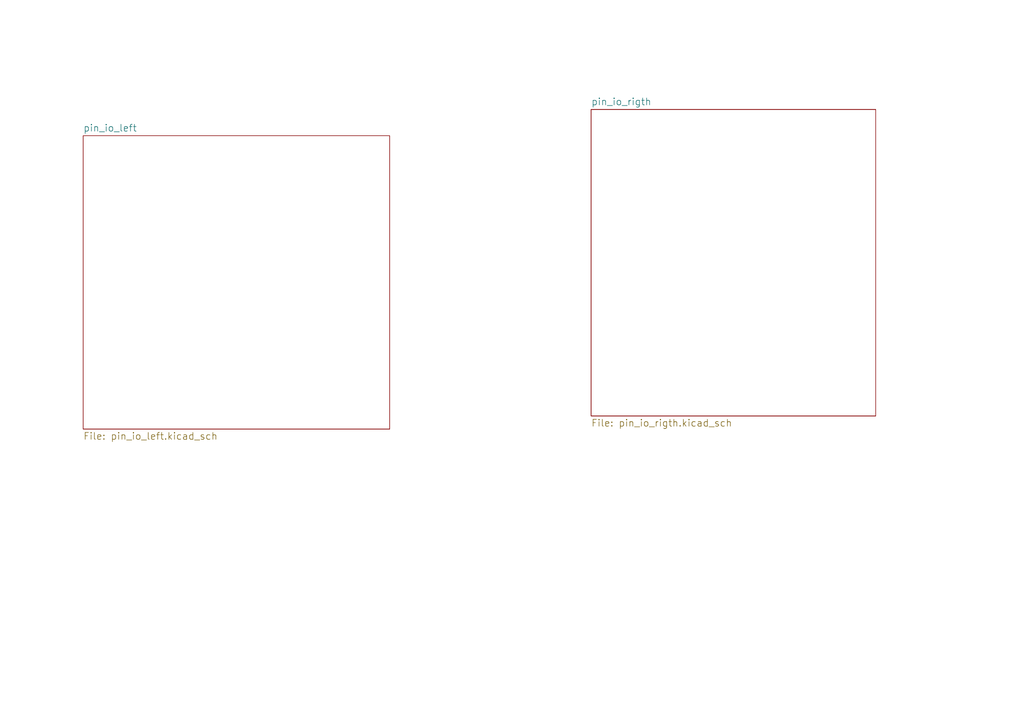
<source format=kicad_sch>
(kicad_sch
	(version 20231120)
	(generator "eeschema")
	(generator_version "8.0")
	(uuid "6f87f7c0-cdb7-4331-b768-4704ed1a53b8")
	(paper "A4")
	(lib_symbols)
	(sheet
		(at 171.45 31.75)
		(size 82.55 88.9)
		(fields_autoplaced yes)
		(stroke
			(width 0.1524)
			(type solid)
		)
		(fill
			(color 0 0 0 0.0000)
		)
		(uuid "13c267cc-e13d-4a24-a172-70b4c8b8c831")
		(property "Sheetname" "pin_io_rigth"
			(at 171.45 30.6734 0)
			(effects
				(font
					(size 2 2)
				)
				(justify left bottom)
			)
		)
		(property "Sheetfile" "pin_io_rigth.kicad_sch"
			(at 171.45 121.5266 0)
			(effects
				(font
					(size 2 2)
				)
				(justify left top)
			)
		)
		(instances
			(project "IMX8ML_plus"
				(path "/1e0dca60-79b3-4b5b-ab8f-7b2adbc68a5f/704f9c98-aa71-4e38-b26f-d3f74511898b"
					(page "13")
				)
			)
		)
	)
	(sheet
		(at 24.13 39.37)
		(size 88.9 85.09)
		(fields_autoplaced yes)
		(stroke
			(width 0.1524)
			(type solid)
		)
		(fill
			(color 0 0 0 0.0000)
		)
		(uuid "76089295-e1c0-4c66-8c6d-0c9c62e01bfe")
		(property "Sheetname" "pin_io_left"
			(at 24.13 38.2934 0)
			(effects
				(font
					(size 2 2)
				)
				(justify left bottom)
			)
		)
		(property "Sheetfile" "pin_io_left.kicad_sch"
			(at 24.13 125.3366 0)
			(effects
				(font
					(size 2 2)
				)
				(justify left top)
			)
		)
		(instances
			(project "IMX8ML_plus"
				(path "/1e0dca60-79b3-4b5b-ab8f-7b2adbc68a5f/704f9c98-aa71-4e38-b26f-d3f74511898b"
					(page "12")
				)
			)
		)
	)
)

</source>
